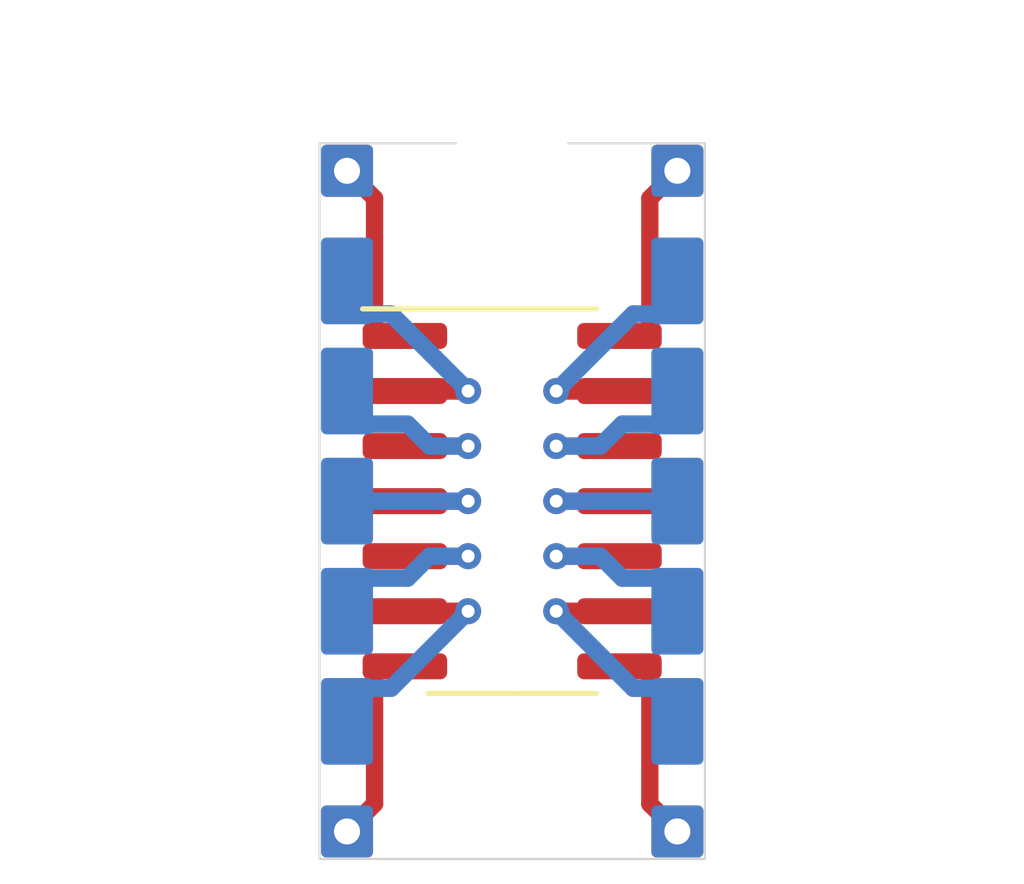
<source format=kicad_pcb>
(kicad_pcb (version 20211014) (generator pcbnew)
  (title_block (title "SOIC14 to DIP14") (date "2021-08-10") (rev "001") (company "Bran. K. White - b.kenyon.w@gmail.com"))
  (layers (0 "F.Cu" signal) (31 "B.Cu" signal) (34 "B.Paste" user) (35 "F.Paste" user) (36 "B.SilkS" user "B.Silkscreen") (37 "F.SilkS" user "F.Silkscreen") (38 "B.Mask" user) (39 "F.Mask" user) (44 "Edge.Cuts" user))
  (net 0 "")
  (footprint "000_LOCAL:NPTH_0.1" (layer "F.Cu") (at 136.03 95.555)
    (fp_text reference "REF**" hide)
    (fp_text value "NPTH_0.1")
    (pad "" np_thru_hole circle locked (at 0 0) (size 2.54 2.54) (drill 2.54) (layers *.Cu *.Mask))
  )
  (footprint "000_LOCAL:DIP14_0.3_smt_adapter" (layer "F.Cu") (at 136.03 103.81)
    (fp_text reference "REF**" hide)
    (fp_text value "DIP14_0.3_smt_adapter")
    (pad "1" thru_hole roundrect locked (at -3.81 -7.62) (size 1.2 1.2) (drill 0.6) (layers *.Cu *.Mask) (roundrect_rratio 0.1))
    (pad "2" smd roundrect locked (at -3.81 -5.08) (size 1.2 2) (layers "B.Cu" "B.Mask") (roundrect_rratio 0.1))
    (pad "3" smd roundrect locked (at -3.81 -2.54) (size 1.2 2) (layers "B.Cu" "B.Mask") (roundrect_rratio 0.1))
    (pad "4" smd roundrect locked (at -3.81 0) (size 1.2 2) (layers "B.Cu" "B.Mask") (roundrect_rratio 0.1))
    (pad "5" smd roundrect locked (at -3.81 2.54) (size 1.2 2) (layers "B.Cu" "B.Mask") (roundrect_rratio 0.1))
    (pad "6" smd roundrect locked (at -3.81 5.08) (size 1.2 2) (layers "B.Cu" "B.Mask") (roundrect_rratio 0.1))
    (pad "7" thru_hole roundrect locked (at -3.81 7.62) (size 1.2 1.2) (drill 0.6) (layers *.Cu *.Mask) (roundrect_rratio 0.1))
    (pad "8" thru_hole roundrect locked (at 3.81 7.62) (size 1.2 1.2) (drill 0.6) (layers *.Cu *.Mask) (roundrect_rratio 0.1))
    (pad "9" smd roundrect locked (at 3.81 5.08) (size 1.2 2) (layers "B.Cu" "B.Mask") (roundrect_rratio 0.1))
    (pad "10" smd roundrect locked (at 3.81 2.54) (size 1.2 2) (layers "B.Cu" "B.Mask") (roundrect_rratio 0.1))
    (pad "11" smd roundrect locked (at 3.81 0) (size 1.2 2) (layers "B.Cu" "B.Mask") (roundrect_rratio 0.1))
    (pad "12" smd roundrect locked (at 3.81 -2.54) (size 1.2 2) (layers "B.Cu" "B.Mask") (roundrect_rratio 0.1))
    (pad "13" smd roundrect locked (at 3.81 -5.08) (size 1.2 2) (layers "B.Cu" "B.Mask") (roundrect_rratio 0.1))
    (pad "14" thru_hole roundrect locked (at 3.81 -7.62) (size 1.2 1.2) (drill 0.6) (layers *.Cu *.Mask) (roundrect_rratio 0.1))
  )
  (footprint "000_LOCAL:SOIC-14_3.9x8.7mm_P1.27mm" (layer "F.Cu") (at 136.03 103.81)
    (fp_text reference "REF**" hide)
    (fp_text value "SOIC-14_3.9x8.7mm_P1.27mm")
    (fp_line (start 0 -4.435) (end 1.95 -4.435) (layer "F.SilkS") (width 0.12))
    (fp_line (start 0 4.435) (end 1.95 4.435) (layer "F.SilkS") (width 0.12))
    (fp_line (start 0 4.435) (end -1.95 4.435) (layer "F.SilkS") (width 0.12))
    (fp_line (start 0 -4.435) (end -3.45 -4.435) (layer "F.SilkS") (width 0.12))
    (pad "1" smd roundrect locked (at -2.475 -3.81) (size 1.95 0.6) (layers "F.Cu" "F.Paste" "F.Mask"))
    (pad "2" smd roundrect locked (at -2.475 -2.54) (size 1.95 0.6) (layers "F.Cu" "F.Paste" "F.Mask"))
    (pad "3" smd roundrect locked (at -2.475 -1.27) (size 1.95 0.6) (layers "F.Cu" "F.Paste" "F.Mask"))
    (pad "4" smd roundrect locked (at -2.475 0) (size 1.95 0.6) (layers "F.Cu" "F.Paste" "F.Mask"))
    (pad "5" smd roundrect locked (at -2.475 1.27) (size 1.95 0.6) (layers "F.Cu" "F.Paste" "F.Mask"))
    (pad "6" smd roundrect locked (at -2.475 2.54) (size 1.95 0.6) (layers "F.Cu" "F.Paste" "F.Mask"))
    (pad "7" smd roundrect locked (at -2.475 3.81) (size 1.95 0.6) (layers "F.Cu" "F.Paste" "F.Mask"))
    (pad "8" smd roundrect locked (at 2.475 3.81) (size 1.95 0.6) (layers "F.Cu" "F.Paste" "F.Mask"))
    (pad "9" smd roundrect locked (at 2.475 2.54) (size 1.95 0.6) (layers "F.Cu" "F.Paste" "F.Mask"))
    (pad "10" smd roundrect locked (at 2.475 1.27) (size 1.95 0.6) (layers "F.Cu" "F.Paste" "F.Mask"))
    (pad "11" smd roundrect locked (at 2.475 0) (size 1.95 0.6) (layers "F.Cu" "F.Paste" "F.Mask"))
    (pad "12" smd roundrect locked (at 2.475 -1.27) (size 1.95 0.6) (layers "F.Cu" "F.Paste" "F.Mask"))
    (pad "13" smd roundrect locked (at 2.475 -2.54) (size 1.95 0.6) (layers "F.Cu" "F.Paste" "F.Mask"))
    (pad "14" smd roundrect locked (at 2.475 -3.81) (size 1.95 0.6) (layers "F.Cu" "F.Paste" "F.Mask"))
  )
  (gr_line (start 140.475 95.555) (end 140.475 112.065) (layer "Edge.Cuts") (width 0.05))
  (gr_line (start 131.585 112.065) (end 131.585 95.555) (layer "Edge.Cuts") (width 0.05))
  (gr_line (start 131.585 112.065) (end 140.475 112.065) (layer "Edge.Cuts") (width 0.05))
  (gr_line (start 131.585 95.555) (end 140.475 95.555) (layer "Edge.Cuts") (width 0.05))
  (segment (start 133.555 100) (end 132.855 100) (width 0.4) (layer "F.Cu") (net 0))
  (segment (start 138.505 103.81) (end 137.046 103.81) (width 0.4) (layer "F.Cu") (net 0))
  (segment (start 132.855 110.795) (end 132.22 111.43) (width 0.4) (layer "F.Cu") (net 0))
  (segment (start 138.505 107.62) (end 139.205 107.62) (width 0.4) (layer "F.Cu") (net 0))
  (segment (start 138.505 101.27) (end 137.046 101.27) (width 0.4) (layer "F.Cu") (net 0))
  (segment (start 133.555 106.35) (end 135.014 106.35) (width 0.4) (layer "F.Cu") (net 0))
  (segment (start 133.555 101.27) (end 135.014 101.27) (width 0.4) (layer "F.Cu") (net 0))
  (segment (start 139.205 96.825) (end 139.84 96.19) (width 0.4) (layer "F.Cu") (net 0))
  (segment (start 138.505 105.08) (end 137.046 105.08) (width 0.4) (layer "F.Cu") (net 0))
  (segment (start 138.505 102.54) (end 137.046 102.54) (width 0.4) (layer "F.Cu") (net 0))
  (segment (start 139.205 110.795) (end 139.84 111.43) (width 0.4) (layer "F.Cu") (net 0))
  (segment (start 133.555 102.54) (end 135.014 102.54) (width 0.4) (layer "F.Cu") (net 0))
  (segment (start 133.555 103.81) (end 135.014 103.81) (width 0.4) (layer "F.Cu") (net 0))
  (segment (start 132.855 96.825) (end 132.22 96.19) (width 0.4) (layer "F.Cu") (net 0))
  (segment (start 133.555 107.62) (end 132.855 107.62) (width 0.4) (layer "F.Cu") (net 0))
  (segment (start 138.505 106.35) (end 137.046 106.35) (width 0.4) (layer "F.Cu") (net 0))
  (segment (start 133.555 105.08) (end 135.014 105.08) (width 0.4) (layer "F.Cu") (net 0))
  (segment (start 139.205 107.62) (end 139.205 110.795) (width 0.4) (layer "F.Cu") (net 0))
  (segment (start 138.505 100) (end 139.205 100) (width 0.4) (layer "F.Cu") (net 0))
  (segment (start 139.205 100) (end 139.205 96.825) (width 0.4) (layer "F.Cu") (net 0))
  (segment (start 132.855 100) (end 132.855 96.825) (width 0.4) (layer "F.Cu") (net 0))
  (segment (start 132.855 107.62) (end 132.855 110.795) (width 0.4) (layer "F.Cu") (net 0))
  (via (at 135.014 101.27) (size 0.6) (drill 0.3) (layers "F.Cu" "B.Cu") (net 0))
  (via (at 137.046 101.27) (size 0.6) (drill 0.3) (layers "F.Cu" "B.Cu") (net 0))
  (via (at 137.046 105.08) (size 0.6) (drill 0.3) (layers "F.Cu" "B.Cu") (net 0))
  (via (at 135.014 106.35) (size 0.6) (drill 0.3) (layers "F.Cu" "B.Cu") (net 0))
  (via (at 135.014 105.08) (size 0.6) (drill 0.3) (layers "F.Cu" "B.Cu") (net 0))
  (via (at 137.046 102.54) (size 0.6) (drill 0.3) (layers "F.Cu" "B.Cu") (net 0))
  (via (at 137.046 103.81) (size 0.6) (drill 0.3) (layers "F.Cu" "B.Cu") (net 0))
  (via (at 135.014 103.81) (size 0.6) (drill 0.3) (layers "F.Cu" "B.Cu") (net 0))
  (via (at 137.046 106.35) (size 0.6) (drill 0.3) (layers "F.Cu" "B.Cu") (net 0))
  (via (at 135.014 102.54) (size 0.6) (drill 0.3) (layers "F.Cu" "B.Cu") (net 0))
  (segment (start 135.014 101.27) (end 133.236 99.492) (width 0.4) (layer "B.Cu") (net 0))
  (segment (start 138.062 105.08) (end 138.57 105.588) (width 0.4) (layer "B.Cu") (net 0))
  (segment (start 138.57 102.032) (end 139.84 102.032) (width 0.4) (layer "B.Cu") (net 0))
  (segment (start 137.046 102.54) (end 138.062 102.54) (width 0.4) (layer "B.Cu") (net 0))
  (segment (start 134.125 105.08) (end 133.617 105.588) (width 0.4) (layer "B.Cu") (net 0))
  (segment (start 135.014 102.54) (end 134.125 102.54) (width 0.4) (layer "B.Cu") (net 0))
  (segment (start 139.84 105.588) (end 139.84 106.35) (width 0.4) (layer "B.Cu") (net 0))
  (segment (start 135.014 103.81) (end 132.22 103.81) (width 0.4) (layer "B.Cu") (net 0))
  (segment (start 133.236 108.128) (end 132.22 108.128) (width 0.4) (layer "B.Cu") (net 0))
  (segment (start 139.84 102.032) (end 139.84 101.27) (width 0.4) (layer "B.Cu") (net 0))
  (segment (start 132.22 108.128) (end 132.22 108.89) (width 0.4) (layer "B.Cu") (net 0))
  (segment (start 137.046 103.81) (end 139.84 103.81) (width 0.4) (layer "B.Cu") (net 0))
  (segment (start 138.824 108.128) (end 139.84 108.128) (width 0.4) (layer "B.Cu") (net 0))
  (segment (start 133.617 102.032) (end 132.22 102.032) (width 0.4) (layer "B.Cu") (net 0))
  (segment (start 137.046 101.27) (end 138.824 99.492) (width 0.4) (layer "B.Cu") (net 0))
  (segment (start 139.84 108.128) (end 139.84 108.89) (width 0.4) (layer "B.Cu") (net 0))
  (segment (start 133.617 105.588) (end 132.22 105.588) (width 0.4) (layer "B.Cu") (net 0))
  (segment (start 138.57 105.588) (end 139.84 105.588) (width 0.4) (layer "B.Cu") (net 0))
  (segment (start 139.84 99.492) (end 139.84 98.73) (width 0.4) (layer "B.Cu") (net 0))
  (segment (start 135.014 105.08) (end 134.125 105.08) (width 0.4) (layer "B.Cu") (net 0))
  (segment (start 137.046 105.08) (end 138.062 105.08) (width 0.4) (layer "B.Cu") (net 0))
  (segment (start 132.22 99.492) (end 132.22 98.73) (width 0.4) (layer "B.Cu") (net 0))
  (segment (start 137.046 106.35) (end 138.824 108.128) (width 0.4) (layer "B.Cu") (net 0))
  (segment (start 132.22 102.032) (end 132.22 101.27) (width 0.4) (layer "B.Cu") (net 0))
  (segment (start 138.062 102.54) (end 138.57 102.032) (width 0.4) (layer "B.Cu") (net 0))
  (segment (start 135.014 106.35) (end 133.236 108.128) (width 0.4) (layer "B.Cu") (net 0))
  (segment (start 133.236 99.492) (end 132.22 99.492) (width 0.4) (layer "B.Cu") (net 0))
  (segment (start 134.125 102.54) (end 133.617 102.032) (width 0.4) (layer "B.Cu") (net 0))
  (segment (start 132.22 105.588) (end 132.22 106.35) (width 0.4) (layer "B.Cu") (net 0))
  (segment (start 138.824 99.492) (end 139.84 99.492) (width 0.4) (layer "B.Cu") (net 0))
)
</source>
